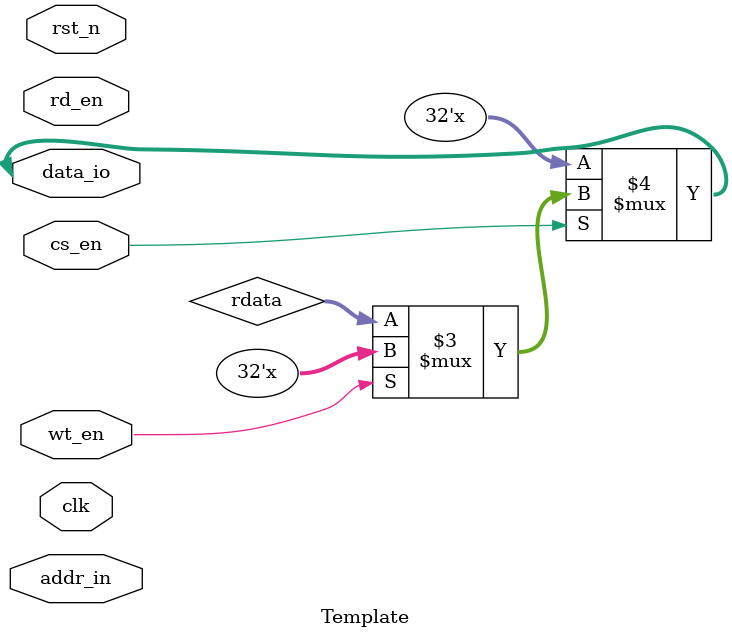
<source format=v>
module Template
(
    input   wire            clk,
    input   wire            rst_n,

    inout   wire[31:0]      data_io,
    input   wire            cs_en,
    input   wire            wt_en,
    input   wire            rd_en,
    input   wire[3:0]       addr_in
    
    /*
    自定义接口
    */
);
    wire[31:0]  wdata;
    wire[31:0]  rdata;
    assign wdata = wt_en && cs_en ? data_io : 32'dz;
    assign data_io = cs_en ? (wt_en ? 32'dz : rdata) : 32'dz;
    assign addr = cs_en ? addr_in : 4'b1111;

//    wire wrx = cs_en ? wt_en : 1'b0;
    
    /*
    自定义行为
    */
    
endmodule
</source>
